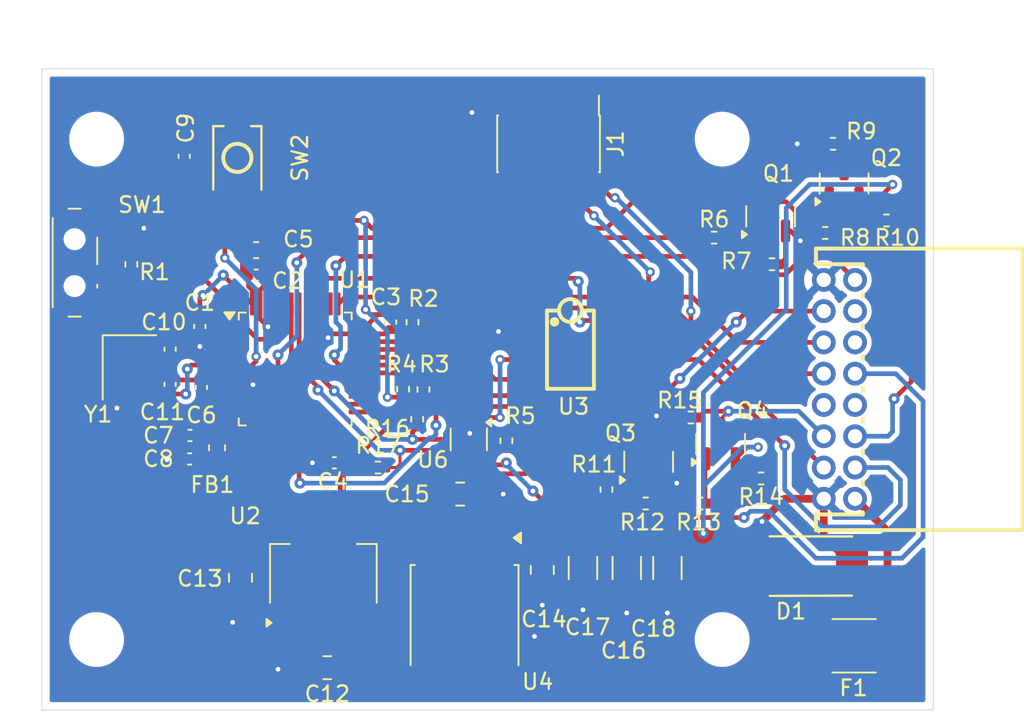
<source format=kicad_pcb>
(kicad_pcb (version 20241229) (generator "pcbnew") (generator_version "9.0")
  (layers (0 "F.Cu" signal) (2 "B.Cu" power) (13 "F.Paste" user) (15 "B.Paste" user) (5 "F.SilkS" user "F.Silkscreen") (7 "B.SilkS" user "B.Silkscreen") (1 "F.Mask" user) (3 "B.Mask" user) (25 "Edge.Cuts" user))
  (net 0 "")
  (net 1 "+3.3V")
  (net 2 "GND")
  (net 3 "+3.3VA")
  (net 4 "/NRST")
  (net 5 "/HSE_IN")
  (net 6 "/HSE_OUT")
  (net 7 "+5V")
  (net 8 "/BOOT0")
  (net 9 "/SW_BOOT0")
  (net 11 "/SWCLK")
  (net 14 "/I2C1_SCL")
  (net 21 "/GPIO_ACC")
  (net 24 "+12V")
  (net 27 "Net-(Q1-B)")
  (net 30 "/CANSTB")
  (net 31 "/USART1_RX")
  (net 36 "/I2C1_SCDA")
  (net 40 "/SWDIO")
  (net 42 "/USART1_TX")
  (net 43 "/GPIO_ILL")
  (net 45 "Net-(Q1-C)")
  (net 46 "Net-(Q2-G)")
  (net 47 "/ACC")
  (net 48 "Net-(Q3-B)")
  (net 49 "Net-(Q3-C)")
  (net 50 "Net-(Q4-G)")
  (net 51 "/ILL")
  (net 52 "/CANRX")
  (net 53 "/CANTX")
  (net 54 "/CANH")
  (net 56 "/CANL")
  (net 58 "/SWC")
  (net 61 "VCAR")
  (net 63 "Net-(U6-A)")
  (footprint "Capacitor_SMD:C_1206_3216Metric" (layer "F.Cu") (at 72.1 84.525 -90)
    (property "Reference" "C18")
    (property "Value" "10u")
  )
  (footprint "Capacitor_SMD:C_0805_2012Metric" (layer "F.Cu") (at 50.35 90.9 180)
    (property "Reference" "C12")
    (property "Value" "22u")
  )
  (footprint "Resistor_SMD:R_0402_1005Metric" (layer "F.Cu") (at 75.09 63.4)
    (property "Reference" "R6")
    (property "Value" "2.2k")
  )
  (footprint "Package_QFP:LQFP-48_7x7mm_P0.5mm" (layer "F.Cu") (at 48.3 71.8)
    (property "Reference" "U1")
    (property "Value" "STM32F103C8T6")
  )
  (footprint "Capacitor_SMD:C_0402_1005Metric" (layer "F.Cu") (at 40.3 72.78 90)
    (property "Reference" "C11")
    (property "Value" "10p")
  )
  (footprint "Package_TO_SOT_SMD:SOT-23" (layer "F.Cu") (at 83.4 59.9375 90)
    (property "Reference" "Q2")
    (property "Value" "AO3401A")
  )
  (footprint "Package_TO_SOT_SMD:SOT-23" (layer "F.Cu") (at 78.7 62.0375 90)
    (property "Reference" "Q1")
    (property "Value" "MMBT3904")
  )
  (footprint "Capacitor_SMD:C_0402_1005Metric" (layer "F.Cu") (at 41.2 58.2 90)
    (property "Reference" "C9")
    (property "Value" "100n")
  )
  (footprint "Resistor_SMD:R_0402_1005Metric" (layer "F.Cu") (at 78.09 78.8 180)
    (property "Reference" "R14")
    (property "Value" "10k")
  )
  (footprint "Package_TO_SOT_SMD:SOT-363_SC-70-6" (layer "F.Cu") (at 59.4 76.3 -90)
    (property "Reference" "U6")
    (property "Value" "MCP4018")
  )
  (footprint "Capacitor_SMD:C_0402_1005Metric" (layer "F.Cu") (at 42.3 72.98 90)
    (property "Reference" "C6")
    (property "Value" "10n")
  )
  (footprint "MountingHole:MountingHole_3mm" (layer "F.Cu") (at 35.6 89.1)
    (property "Reference" "H4" (hide yes))
    (property "Value" "MountingHole")
  )
  (footprint "Resistor_SMD:R_0402_1005Metric" (layer "F.Cu") (at 86.11 62.3 180)
    (property "Reference" "R10")
    (property "Value" "10k")
  )
  (footprint "Capacitor_SMD:C_0805_2012Metric" (layer "F.Cu") (at 44.8 85.15 -90)
    (property "Reference" "C13")
    (property "Value" "22u")
  )
  (footprint "Resistor_SMD:R_0402_1005Metric" (layer "F.Cu") (at 37.82 65.11 90)
    (property "Reference" "R1")
    (property "Value" "10k")
  )
  (footprint "Capacitor_SMD:C_1206_3216Metric" (layer "F.Cu") (at 69.5 84.525 -90)
    (property "Reference" "C16")
    (property "Value" "10u")
  )
  (footprint "Capacitor_SMD:C_0402_1005Metric" (layer "F.Cu") (at 45.8 65.8)
    (property "Reference" "C2")
    (property "Value" "100n")
  )
  (footprint "Resistor_SMD:R_0402_1005Metric" (layer "F.Cu") (at 55.2 73.09 90)
    (property "Reference" "R4")
    (property "Value" "10k")
  )
  (footprint "Capacitor_SMD:C_1206_3216Metric" (layer "F.Cu") (at 66.7 84.525 -90)
    (property "Reference" "C17")
    (property "Value" "10u")
  )
  (footprint "Fuse:Fuse_1812_4532Metric" (layer "F.Cu") (at 84.0375 89.5)
    (property "Reference" "F1")
    (property "Value" "Polyfuse")
  )
  (footprint "Button_Switch_SMD:SW_SPDT_PCM12" (layer "F.Cu") (at 34.52 65 -90)
    (property "Reference" "SW1")
    (property "Value" "SW_SPDT")
  )
  (footprint "Capacitor_SMD:C_0402_1005Metric" (layer "F.Cu") (at 54.4 68.8 -90)
    (property "Reference" "C3")
    (property "Value" "100n")
  )
  (footprint "Resistor_SMD:R_0402_1005Metric" (layer "F.Cu") (at 56.1 75.01 -90)
    (property "Reference" "R16")
    (property "Value" "4.7k")
  )
  (footprint "Capacitor_SMD:C_0805_2012Metric" (layer "F.Cu") (at 58.85 79.8)
    (property "Reference" "C15")
    (property "Value" "100n")
  )
  (footprint "Resistor_SMD:R_0402_1005Metric" (layer "F.Cu") (at 78.79 65.1)
    (property "Reference" "R7")
    (property "Value" "10k")
  )
  (footprint "easyeda2kicad:SOIC-8_L5.0-W4.0-P1.27-LS6.0-BL" (layer "F.Cu") (at 65.9 70.564995 -90)
    (property "Reference" "U3")
    (property "Value" "TJA1040T/CM,118")
  )
  (footprint "Capacitor_SMD:C_0402_1005Metric" (layer "F.Cu") (at 50.8 77.8 180)
    (property "Reference" "C4")
    (property "Value" "100n")
  )
  (footprint "Resistor_SMD:R_0402_1005Metric" (layer "F.Cu") (at 61.8 76.39 -90)
    (property "Reference" "R5")
    (property "Value" "4.7k")
  )
  (footprint "MountingHole:MountingHole_3mm" (layer "F.Cu") (at 75.6 89.1)
    (property "Reference" "H3" (hide yes))
    (property "Value" "MountingHole")
  )
  (footprint "Capacitor_SMD:C_0402_1005Metric" (layer "F.Cu") (at 41.55 77.55 180)
    (property "Reference" "C8")
    (property "Value" "1u")
  )
  (footprint "Resistor_SMD:R_0402_1005Metric" (layer "F.Cu") (at 55.8 68.81 -90)
    (property "Reference" "R2")
    (property "Value" "10k")
  )
  (footprint "Resistor_SMD:R_0402_1005Metric" (layer "F.Cu") (at 53.59 78.1)
    (property "Reference" "R17")
    (property "Value" "4.7k")
  )
  (footprint "Capacitor_SMD:C_0402_1005Metric" (layer "F.Cu") (at 42.2 69.08 -90)
    (property "Reference" "C1")
    (property "Value" "100n")
  )
  (footprint "Resistor_SMD:R_0402_1005Metric" (layer "F.Cu") (at 82.19 63.1)
    (property "Reference" "R8")
    (property "Value" "2.2k")
  )
  (footprint "Connector_PinHeader_1.27mm:PinHeader_2x05_P1.27mm_Vertical_SMD" (layer "F.Cu") (at 64.5 57.4 -90)
    (property "Reference" "J1")
    (property "Value" "Conn_ARM_JTAG_SWD_10")
  )
  (footprint "Capacitor_SMD:C_0603_1608Metric" (layer "F.Cu") (at 45.8 64.2)
    (property "Reference" "C5")
    (property "Value" "10u")
  )
  (footprint "Resistor_SMD:R_0402_1005Metric" (layer "F.Cu") (at 68.2 79.51 90)
    (property "Reference" "R11")
    (property "Value" "2.2k")
  )
  (footprint "Capacitor_SMD:C_0402_1005Metric" (layer "F.Cu") (at 40.3 70.53 90)
    (property "Reference" "C10")
    (property "Value" "10p")
  )
  (footprint "MountingHole:MountingHole_3mm" (layer "F.Cu") (at 75.6 57.1)
    (property "Reference" "H1" (hide yes))
    (property "Value" "MountingHole")
  )
  (footprint "easyeda2kicad:SMB_L4.6-W3.6-LS5.3-BI" (layer "F.Cu") (at 81.31 84.4 180)
    (property "Reference" "D1")
    (property "Value" "SMBJ15CA_C78809")
  )
  (footprint "Package_TO_SOT_SMD:SOT-223-3_TabPin2" (layer "F.Cu") (at 50.1 84.9 90)
    (property "Reference" "U2")
    (property "Value" "AMS1117-3.3")
  )
  (footprint "Resistor_SMD:R_0402_1005Metric" (layer "F.Cu") (at 70.71 80.4)
    (property "Reference" "R12")
    (property "Value" "10k")
  )
  (footprint "Package_TO_SOT_SMD:SOT-23" (layer "F.Cu") (at 75.5 76.6 90)
    (property "Reference" "Q4")
    (property "Value" "AO3401A")
  )
  (footprint "easyeda2kicad:SW-SMD_L3.9-W3.0-P4.45" (layer "F.Cu") (at 44.6 58.3 -90)
    (property "Reference" "SW2")
    (property "Value" "TS-1088-AR02016")
  )
  (footprint "Crystal:Crystal_SMD_3225-4Pin_3.2x2.5mm" (layer "F.Cu") (at 37.7 71.7 -90)
    (property "Reference" "Y1")
    (property "Value" "16MHz")
  )
  (footprint "Package_TO_SOT_SMD:SOT-23" (layer "F.Cu") (at 70.9 77.7375 90)
    (property "Reference" "Q3")
    (property "Value" "MMBT3904")
  )
  (footprint "Capacitor_SMD:C_0805_2012Metric" (layer "F.Cu") (at 64.1 84.65 -90)
    (property "Reference" "C14")
    (property "Value" "330n")
  )
  (footprint "Resistor_SMD:R_0402_1005Metric" (layer "F.Cu") (at 82.69 57.4 180)
    (property "Reference" "R9")
    (property "Value" "100k")
  )
  (footprint "Package_TO_SOT_SMD:TO-252-2" (layer "F.Cu") (at 59.1275 87.64 -90)
    (property "Reference" "U4")
    (property "Value" "LM78M05_TO252")
  )
  (footprint "easyeda2kicad:CONN-TH_16P-P2.00_S16B-PADSS-1" (layer "F.Cu") (at 83.1 73.1 -90)
    (property "Reference" "U5" (hide yes))
    (property "Value" "PHB2.0-02-16PWZ")
  )
  (footprint "Inductor_SMD:L_0603_1608Metric" (layer "F.Cu") (at 43.3 76.8375 -90)
    (property "Reference" "FB1")
    (property "Value" "120R")
  )
  (footprint "Capacitor_SMD:C_0402_1005Metric" (layer "F.Cu") (at 41.57 76.05 180)
    (property "Reference" "C7")
    (property "Value" "1u")
  )
  (footprint "MountingHole:MountingHole_3mm" (layer "F.Cu") (at 35.6 57.1)
    (property "Reference" "H2" (hide yes))
    (property "Value" "MountingHole")
  )
  (footprint "Resistor_SMD:R_0402_1005Metric" (layer "F.Cu") (at 73.6 74.9 180)
    (property "Reference" "R15")
    (property "Value" "100k")
  )
  (footprint "Resistor_SMD:R_0402_1005Metric" (layer "F.Cu") (at 56.5 73.11 90)
    (property "Reference" "R3")
    (property "Value" "10k")
  )
  (footprint "Resistor_SMD:R_0402_1005Metric" (layer "F.Cu") (at 74.19 80.4)
    (property "Reference" "R13")
    (property "Value" "2.2k")
  )
  (gr_line (start 32.1 93.6) (end 32.1 52.6) (stroke (width 0.05)) (layer "Edge.Cuts"))
  (gr_line (start 89.1 52.6) (end 89.1 93.6) (stroke (width 0.05)) (layer "Edge.Cuts"))
  (gr_line (start 89.1 93.6) (end 32.1 93.6) (stroke (width 0.05)) (layer "Edge.Cuts"))
  (gr_line (start 32.1 52.6) (end 89.1 52.6) (stroke (width 0.05)) (layer "Edge.Cuts"))
  (segment (start 51.28 80.57) (end 51.28 77.8) (width 0.5) (layer "F.Cu") (net 1))
  (segment (start 70 61) (end 68.2 62.8) (width 0.3) (layer "F.Cu") (net 1))
  (segment (start 43.3 82.7) (end 44.8 84.2) (width 0.5) (layer "F.Cu") (net 1))
  (segment (start 45.025 64.2) (end 45.025 65.505) (width 0.5) (layer "F.Cu") (net 1))
  (segment (start 38.07 67.25) (end 39.42 68.6) (width 0.3) (layer "F.Cu") (net 1))
  (segment (start 47.25 81.75) (end 44.8 84.2) (width 0.5) (layer "F.Cu") (net 1))
  (segment (start 55.2 74.5) (end 55.2 73.6) (width 0.3) (layer "F.Cu") (net 1))
  (segment (start 45.55 67.6375) (end 45.5375 67.6375) (width 0.3) (layer "F.Cu") (net 1))
  (segment (start 67.04 55.45) (end 70 58.41) (width 0.3) (layer "F.Cu") (net 1))
  (segment (start 39.42 68.6) (end 42.42 68.6) (width 0.3) (layer "F.Cu") (net 1))
  (segment (start 45.55 67.6375) (end 45.55 66.75) (width 0.3) (layer "F.Cu") (net 1))
  (segment (start 51.05 75.9625) (end 51.2 76.1125) (width 0.3) (layer "F.Cu") (net 1))
  (segment (start 42.03 77.55) (end 43.225 77.55) (width 0.3) (layer "F.Cu") (net 1))
  (segment (start 56.1 74.02) (end 56.5 73.62) (width 0.2) (layer "F.Cu") (net 1))
  (segment (start 52.4625 69.05) (end 52.85 69.05) (width 0.3) (layer "F.Cu") (net 1))
  (segment (start 44.1375 69.05) (end 43.25 69.05) (width 0.3) (layer "F.Cu") (net 1))
  (segment (start 55.2 73.6) (end 54.2 73.6) (width 0.3) (layer "F.Cu") (net 1))
  (segment (start 46.925 62.3) (end 45.025 64.2) (width 0.3) (layer "F.Cu") (net 1))
  (segment (start 45.32 66.52) (end 45.32 65.8) (width 0.3) (layer "F.Cu") (net 1))
  (segment (start 35.95 67.25) (end 38.07 67.25) (width 0.3) (layer "F.Cu") (net 1))
  (segment (start 53.2 62.8) (end 52.7 62.3) (width 0.3) (layer "F.Cu") (net 1))
  (segment (start 50.1 81.75) (end 51.28 80.57) (width 0.5) (layer "F.Cu") (net 1))
  (segment (start 53.58 68.32) (end 54.4 68.32) (width 0.3) (layer "F.Cu") (net 1))
  (segment (start 45.5375 67.6375) (end 43.7 65.8) (width 0.3) (layer "F.Cu") (net 1))
  (segment (start 70 58.41) (end 70 61) (width 0.3) (layer "F.Cu") (net 1))
  (segment (start 52.2 78.1) (end 51.9 77.8) (width 0.2) (layer "F.Cu") (net 1))
  (segment (start 52.7 62.3) (end 46.925 62.3) (width 0.3) (layer "F.Cu") (net 1))
  (segment (start 53.08 78.1) (end 52.2 78.1) (width 0.2) (layer "F.Cu") (net 1))
  (segment (start 53.12 68.32) (end 52.8 68) (width 0.3) (layer "F.Cu") (net 1))
  (segment (start 50.35 88.05) (end 50.4 88.1) (width 0.5) (layer "F.Cu") (net 1))
  (segment (start 51.2 76.1125) (end 51.2 77.72) (width 0.3) (layer "F.Cu") (net 1))
  (segment (start 45.55 66.75) (end 45.32 66.52) (width 0.3) (layer "F.Cu") (net 1))
  (segment (start 51.28 77.8) (end 51.9 77.8) (width 0.3) (layer "F.Cu") (net 1))
  (segment (start 51.9 77.8) (end 55.2 74.5) (width 0.3) (layer "F.Cu") (net 1))
  (segment (start 42.8 68.6) (end 42.2 68.6) (width 0.3) (layer "F.Cu") (net 1))
  (segment (start 56.5 73.62) (end 55.22 73.62) (width 0.3) (layer "F.Cu") (net 1))
  (segment (start 50.1 88.05) (end 50.35 88.05) (width 0.5) (layer "F.Cu") (net 1))
  (segment (start 43.25 69.05) (end 42.8 68.6) (width 0.3) (layer "F.Cu") (net 1))
  (segment (start 56.1 74.5) (end 56.1 74.02) (width 0.2) (layer "F.Cu") (net 1))
  (segment (start 68.2 62.8) (end 53.2 62.8) (width 0.3) (layer "F.Cu") (net 1))
  (segment (start 54.4 68.32) (end 53.12 68.32) (width 0.3) (layer "F.Cu") (net 1))
  (segment (start 51.2 77.72) (end 51.28 77.8) (width 0.3) (layer "F.Cu") (net 1))
  (segment (start 45.025 65.505) (end 45.32 65.8) (width 0.5) (layer "F.Cu") (net 1))
  (segment (start 55.78 68.32) (end 55.8 68.3) (width 0.3) (layer "F.Cu") (net 1))
  (segment (start 50.1 81.75) (end 47.25 81.75) (width 0.5) (layer "F.Cu") (net 1))
  (segment (start 43.6 65.7) (end 43.7 65.8) (width 0.3) (layer "F.Cu") (net 1))
  (segment (start 42.2 68.6) (end 42.2 67.3) (width 0.3) (layer "F.Cu") (net 1))
  (segment (start 42.2 67.3) (end 42.4 67.1) (width 0.3) (layer "F.Cu") (net 1))
  (segment (start 55.2 73.6) (end 55.22 73.62) (width 0.3) (layer "F.Cu") (net 1))
  (segment (start 43.3 77.625) (end 43.3 82.7) (width 0.5) (layer "F.Cu") (net 1))
  (segment (start 52.85 69.05) (end 53.58 68.32) (width 0.3) (layer "F.Cu") (net 1))
  (segment (start 50.1 81.75) (end 50.1 88.05) (width 0.5) (layer "F.Cu") (net 1))
  (segment (start 54.4 68.32) (end 55.78 68.32) (width 0.3) (layer "F.Cu") (net 1))
  (segment (start 43.225 77.55) (end 43.3 77.625) (width 0.3) (layer "F.Cu") (net 1))
  (via (at 52.8 68) (size 0.6) (drill 0.3) (layers "F.Cu" "B.Cu") (net 1))
  (via (at 43.7 65.8) (size 0.7) (drill 0.3) (layers "F.Cu" "B.Cu") (net 1))
  (via (at 42.4 67.1) (size 0.7) (drill 0.3) (layers "F.Cu" "B.Cu") (net 1))
  (via (at 54.2 73.6) (size 0.6) (drill 0.3) (layers "F.Cu" "B.Cu") (net 1))
  (via (at 52.7 62.3) (size 0.6) (drill 0.3) (layers "F.Cu" "B.Cu") (net 1))
  (segment (start 54.2 73.6) (end 54.2 69.4) (width 0.3) (layer "B.Cu") (net 1))
  (segment (start 54.2 69.4) (end 52.8 68) (width 0.3) (layer "B.Cu") (net 1))
  (segment (start 43.7 65.8) (end 42.4 67.1) (width 0.3) (layer "B.Cu") (net 1))
  (segment (start 52.8 62.4) (end 52.7 62.3) (width 0.3) (layer "B.Cu") (net 1))
  (segment (start 52.8 68) (end 52.8 62.4) (width 0.3) (layer "B.Cu") (net 1))
  (segment (start 40.890001 57.72) (end 41.2 57.72) (width 0.5) (layer "F.Cu") (net 2))
  (segment (start 52.4625 69.55) (end 54.13 69.55) (width 0.3) (layer "F.Cu") (net 2))
  (segment (start 44.1375 72.55) (end 42.35 72.55) (width 0.3) (layer "F.Cu") (net 2))
  (segment (start 50.32 77.8) (end 49.4 77.8) (width 0.2) (layer "F.Cu") (net 2))
  (segment (start 44.3 86.6) (end 44.3 88) (width 0.5) (layer "F.Cu") (net 2))
  (segment (start 72.1 86) (end 72.1 87.4) (width 0.5) (layer "F.Cu") (net 2))
  (segment (start 41.09 76.05) (end 41.09 77.53) (width 0.3) (layer "F.Cu") (net 2))
  (segment (start 63.19 69.934995) (end 61.834995 69.934995) (width 0.3) (layer "F.Cu") (net 2))
  (segment (start 71.85 79.77) (end 71.22 80.4) (width 0.3) (layer "F.Cu") (net 2))
  (segment (start 61.96 54.248) (end 62.409 53.799) (width 0.5) (layer "F.Cu") (net 2))
  (segment (start 44.1375 72.55) (end 45.35 72.55) (width 0.3) (layer "F.Cu") (net 2))
  (segment (start 38.57 62.75) (end 38.62 62.8) (width 0.5) (layer "F.Cu") (net 2))
  (segment (start 44.6 56.12) (end 42.8 56.12) (width 0.5) (layer "F.Cu") (net 2))
  (segment (start 40.5 72.5) (end 40.3 72.3) (width 0.3) (layer "F.Cu") (net 2))
  (segment (start 41.07 77.55) (end 40.15 77.55) (width 0.3) (layer "F.Cu") (net 2))
  (segment (start 62.409 53.799) (end 64.051 53.799) (width 0.5) (layer "F.Cu") (net 2))
  (segment (start 73.09 74.9) (end 71.5 74.9) (width 0.3) (layer "F.Cu") (net 2))
  (segment (start 47.8 88.05) (end 47.8 89.3) (width 0.5) (layer "F.Cu") (net 2))
  (segment (start 79.65 62.975) (end 79.975 62.975) (width 0.3) (layer "F.Cu") (net 2))
  (segment (start 64.1 85.6) (end 64.1 86.9) (width 0.5) (layer "F.Cu") (net 2))
  (segment (start 79.6 80.1) (end 82.1 80.1) (width 0.5) (layer "F.Cu") (net 2))
  (segment (start 50.65 69.55) (end 50.4 69.8) (width 0.3) (layer "F.Cu") (net 2))
  (segment (start 61.834995 69.934995) (end 61.3 69.4) (width 0.3) (layer "F.Cu") (net 2))
  (segment (start 61.96 55.45) (end 59.65 55.45) (width 0.5) (layer "F.Cu") (net 2))
  (segment (start 79.975 62.975) (end 80.6 63.6) (width 0.3) (layer "F.Cu") (net 2))
  (segment (start 41.09 77.53) (end 41.07 77.55) (width 0.3) (layer "F.Cu") (net 2))
  (segment (start 46.05 68.596) (end 46.554 69.1) (width 0.3) (layer "F.Cu") (net 2))
  (segment (start 42.8 56.12) (end 41.2 57.72) (width 0.5) (layer "F.Cu") (net 2))
  (segment (start 79.65 64.75) (end 79.3 65.1) (width 0.3) (layer "F.Cu") (net 2))
  (segment (start 42.2 72.5) (end 40.5 72.5) (width 0.3) (layer "F.Cu") (net 2))
  (segment (start 40.79 69.56) (end 40.3 70.05) (width 0.3) (layer "F.Cu") (net 2))
  (segment (start 38.62 62.8) (end 38.62 59.990001) (width 0.5) (layer "F.Cu") (net 2))
  (segment (start 61.96 55.45) (end 61.96 54.248) (width 0.5) (layer "F.Cu") (net 2))
  (segment (start 39.1 70.05) (end 40.3 70.05) (width 0.5) (layer "F.Cu") (net 2))
  (segment (start 66.7 86) (end 66.7 87.2) (width 0.5) (layer "F.Cu") (net 2))
  (segment (start 59.1275 88.9) (end 63.6 88.9) (width 0.5) (layer "F.Cu") (net 2))
  (segment (start 42.2 69.56) (end 40.79 69.56) (width 0.3) (layer "F.Cu") (net 2))
  (segment (start 71.85 78.675) (end 71.85 79.77) (width 0.3) (layer "F.Cu") (net 2))
  (segment (start 36.85 74.25) (end 36.9 74.3) (width 0.3) (layer "F.Cu") (net 2))
  (segment (start 46.575 64.2) (end 46.575 65.505) (width 0.5) (layer "F.Cu") (net 2))
  (segment (start 79.65 62.975) (end 79.65 64.75) (width 0.3) (layer "F.Cu") (net 2))
  (segment (start 49.4 90.9) (end 47.3 90.9) (width 0.5) (layer "F.Cu") (net 2))
  (segment (start 46.28 66.52) (end 46.28 65.8) (width 0.3) (layer "F.Cu") (net 2))
  (segment (start 59.4 75.35) (end 59.4 75.849994) (width 0.3) (layer "F.Cu") (net 2))
  (segment (start 64.5 55.45) (end 65.77 55.45) (width 0.5) (layer "F.Cu") (net 2))
  (segment (start 47.3 90.9) (end 47.2 91) (width 0.5) (layer "F.Cu") (net 2))
  (segment (start 54.13 69.55) (end 54.4 69.28) (width 0.3) (layer "F.Cu") (net 2))
  (segment (start 82.1 80.1) (end 82.1 82.5) (width 0.5) (layer "F.Cu") (net 2))
  (segment (start 46.05 67.6375) (end 46.05 66.75) (width 0.3) (layer "F.Cu") (net 2))
  (segment (start 83.9 84.3) (end 83.9 84.4) (width 0.5) (layer "F.Cu") (net 2))
  (segment (start 38.62 59.990001) (end 40.890001 57.72) (width 0.5) (layer "F.Cu") (net 2))
  (segment (start 38.55 70.6) (end 39.1 70.05) (width 0.5) (layer "F.Cu") (net 2))
  (segment (start 78.15 81.55) (end 79.6 80.1) (width 0.5) (layer "F.Cu") (net 2))
  (segment (start 42.35 72.55) (end 42.3 72.5) (width 0.3) (layer "F.Cu") (net 2))
  (segment (start 64.051 53.799) (end 64.5 54.248) (width 0.5) (layer "F.Cu") (net 2))
  (segment (start 59.4 75.849994) (end 59.463891 75.913885) (width 0.3) (layer "F.Cu") (net 2))
  (segment (start 82.18 57.4) (end 80.4 57.4) (width 0.3) (layer "F.Cu") (net 2))
  (segment (start 46.05 67.6375) (end 46.05 68.596) (width 0.3) (layer "F.Cu") (net 2))
  (segment (start 36.85 72.8) (end 36.85 74.25) (width 0.3) (layer "F.Cu") (net 2))
  (segment (start 59.65 55.45) (end 59.6 55.4) (width 0.5) (layer "F.Cu") (net 2))
  (segment (start 42.2 69.56) (end 42.2 70.36) (width 0.3) (layer "F.Cu") (net 2))
  (segment (start 45.35 72.55) (end 45.6 72.8) (width 0.3) (layer "F.Cu") (net 2))
  (segment (start 72.275 78.675) (end 72.7 79.1) (width 0.3) (layer "F.Cu") (net 2))
  (segment (start 71.5 74.9) (end 71.4 74.8) (width 0.3) (layer "F.Cu") (net 2))
  (segment (start 71.85 78.675) (end 72.275 78.675) (width 0.3) (layer "F.Cu") (net 2))
  (segment (start 50.32 77.8) (end 50.55 77.57) (width 0.2) (layer "F.Cu") (net 2))
  (segment (start 64.5 54.248) (end 64.5 55.45) (width 0.5) (layer "F.Cu") (net 2))
  (segment (start 47.8 88.05) (end 46.75 88.05) (width 0.5) (layer "F.Cu") (net 2))
  (segment (start 35.95 62.75) (end 38.57 62.75) (width 0.5) (layer "F.Cu") (net 2))
  (segment (start 50.55 77.57) (end 50.55 75.9625) (width 0.2) (layer "F.Cu") (net 2))
  (segment (start 46.75 88.05) (end 44.8 86.1) (width 0.5) (layer "F.Cu") (net 2))
  (segment (start 44.8 86.1) (end 44.3 86.6) (width 0.5) (layer "F.Cu") (net 2))
  (segment (start 46.575 65.505) (end 46.28 65.8) (width 0.5) (layer "F.Cu") (net 2))
  (segment (start 69.5 86) (end 69.5 87.4) (width 0.5) (layer "F.Cu") (net 2))
  (segment (start 82.1 82.5) (end 83.9 84.3) (width 0.5) (layer "F.Cu") (net 2))
  (segment (start 59.8 79.8) (end 61.6 79.8) (width 0.5) (layer "F.Cu") (net 2))
  (segment (start 40.15 77.55) (end 40.1 77.6) (width 0.3) (layer "F.Cu") (net 2))
  (segment (start 46.05 66.75) (end 46.28 66.52) (width 0.3) (layer "F.Cu") (net 2))
  (segment (start 47.8 89.3) (end 49.4 90.9) (width 0.5) (layer "F.Cu") (net 2))
  (segment (start 52.4625 69.55) (end 50.65 69.55) (width 0.3) (layer "F.Cu") (net 2))
  (via (at 42.2 70.36) (size 0.7) (drill 0.3) (layers "F.Cu" "B.Cu") (net 2))
  (via (at 50.4 69.8) (size 0.7) (drill 0.3) (layers "F.Cu" "B.Cu") (net 2))
  (via (at 71.4 74.8) (size 0.7) (drill 0.3) (layers "F.Cu" "B.Cu") (net 2))
  (via (at 72.1 87.4) (size 0.6) (drill 0.3) (layers "F.Cu" "B.Cu") (net 2))
  (via (at 47.2 91) (size 0.7) (drill 0.3) (layers "F.Cu" "B.Cu") (net 2))
  (via (at 49.4 77.8) (size 0.7) (drill 0.3) (layers "F.Cu" "B.Cu") (net 2))
  (via (at 44.3 88) (size 0.7) (drill 0.3) (layers "F.Cu" "B.Cu") (net 2))
  (via (at 36.9 74.3) (size 0.7) (drill 0.3) (layers "F.Cu" "B.Cu") (net 2))
  (via (at 40.1 77.6) (size 0.7) (drill 0.3) (layers "F.Cu" "B.Cu") (net 2))
  (via (at 66.7 87.2) (size 0.6) (drill 0.3) (layers "F.Cu" "B.Cu") (net 2))
  (via (at 63.6 88.9) (size 0.6) (drill 0.3) (layers "F.Cu" "B.Cu") (net 2))
  (via (at 61.6 79.8) (size 0.7) (drill 0.3) (layers "F.Cu" "B.Cu") (net 2))
  (via (at 46.554 69.1) (size 0.7) (drill 0.3) (layers "F.Cu" "B.Cu") (net 2))
  (via (at 38.62 62.8) (size 0.7) (drill 0.3) (layers "F.Cu" "B.Cu") (net 2))
  (via (at 59.463891 75.913885) (size 0.7) (drill 0.3) (layers "F.Cu" "B.Cu") (net 2))
  (via (at 80.6 63.6) (size 0.7) (drill 0.3) (layers "F.Cu" "B.Cu") (net 2))
  (via (at 80.4 57.4) (size 0.7) (drill 0.3) (layers "F.Cu" "B.Cu") (net 2))
  (via (at 61.3 69.4) (size 0.7) (drill 0.3) (layers "F.Cu" "B.Cu") (net 2))
  (via (at 45.6 72.8) (size 0.7) (drill 0.3) (layers "F.Cu" "B.Cu") (net 2))
  (via (at 64.1 86.9) (size 0.6) (drill 0.3) (layers "F.Cu" "B.Cu") (net 2))
  (via (at 69.5 87.4) (size 0.6) (drill 0.3) (layers "F.Cu" "B.Cu") (net 2))
  (via (at 72.7 79.1) (size 0.7) (drill 0.3) (layers "F.Cu" "B.Cu") (net 2))
  (via (at 78.15 81.55) (size 0.6) (drill 0.3) (layers "F.Cu" "B.Cu") (net 2))
  (via (at 59.6 55.4) (size 0.6) (drill 0.3) (layers "F.Cu" "B.Cu") (net 2))
  (segment (start 78.15 81.55) (end 72.3 87.4) (width 0.5) (layer "B.Cu") (net 2))
  (segment (start 71.4 74.8) (end 71.3 74.9) (width 0.3) (layer "B.Cu") (net 2))
  (segment (start 40.1 77.6) (end 40 77.7) (width 0.3) (layer "B.Cu") (net 2))
  (segment (start 72.3 87.4) (end 72.1 87.4) (width 0.5) (layer "B.Cu") (net 2))
  (segment (start 43.3 76.05) (end 42.05 76.05) (width 0.3) (layer "F.Cu") (net 3))
  (segment (start 42.3 73.46) (end 42.64 73.46) (width 0.3) (layer "F.Cu") (net 3))
  (segment (start 42.3 73.46) (end 42.3 75.8) (width 0.3) (layer "F.Cu") (net 3))
  (segment (start 42.64 73.46) (end 43.05 73.05) (width 0.3) (layer "F.Cu") (net 3))
  (segment (start 42.3 75.8) (end 42.05 76.05) (width 0.3) (layer "F.Cu") (net 3))
  (segment (start 43.05 73.05) (end 44.1375 73.05) (width 0.3) (layer "F.Cu") (net 3))
  (segment (start 45.8 71.3) (end 45.8 71) (width 0.3) (layer "F.Cu") (net 4))
  (segment (start 41.2 59.5) (end 42.18 60.48) (width 0.5) (layer "F.Cu") (net 4))
  (segment (start 41.2 58.68) (end 41.2 59.5) (width 0.5) (layer "F.Cu") (net 4))
  (segment (start 42.18 60.48) (end 44.6 60.48) (width 0.5) (layer "F.Cu") (net 4))
  (segment (start 43.8 64.7) (end 43.8 61.28) (width 0.3) (layer "F.Cu") (net 4))
  (segment (start 44.1375 72.05) (end 45.05 72.05) (width 0.3) (layer "F.Cu") (net 4))
  (segment (start 43.8 61.28) (end 44.6 60.48) (width 0.3) (layer "F.Cu") (net 4))
  (segment (start 45.05 72.05) (end 45.8 71.3) (width 0.3) (layer "F.Cu") (net 4))
  (segment (start 61.96 59.35) (end 45.73 59.35) (width 0.3) (layer "F.Cu") (net 4))
  (segment (start 45.73 59.35) (end 44.6 60.48) (width 0.3) (layer "F.Cu") (net 4))
  (via (at 45.8 71) (size 0.6) (drill 0.3) (layers "F.Cu" "B.Cu") (net 4))
  (via (at 43.8 64.7) (size 0.6) (drill 0.3) (layers "F.Cu" "B.Cu") (net 4))
  (segment (start 45.8 71) (end 45.8 66.7) (width 0.3) (layer "B.Cu") (net 4))
  (segment (start 45.8 66.7) (end 43.8 64.7) (width 0.3) (layer "B.Cu") (net 4))
  (segment (start 40.3 71.01) (end 39.51 71.8) (width 0.2) (layer "F.Cu") (net 5))
  (segment (start 44.0975 71.01) (end 44.1375 71.05) (width 0.2) (layer "F.Cu") (net 5))
  (segment (start 40.3 71.01) (end 44.0975 71.01) (width 0.2) (layer "F.Cu") (net 5))
  (segment (start 39.51 71.8) (end 38.05 71.8) (width 0.2) (layer "F.Cu") (net 5))
  (segment (start 38.05 71.8) (end 36.85 70.6) (width 0.2) (layer "F.Cu") (net 5))
  (segment (start 40.3 73.26) (end 39.01 73.26) (width 0.2) (layer "F.Cu") (net 6))
  (segment (start 41.65 71.55) (end 41.4 71.8) (width 0.3) (layer "F.Cu") (net 6))
  (segment (start 41.3 73.4) (end 40.44 73.4) (width 0.3) (layer "F.Cu") (net 6))
  (segment (start 44.1375 71.55) (end 41.65 71.55) (width 0.3) (layer "F.Cu") (net 6))
  (segment (start 39.01 73.26) (end 38.55 72.8) (width 0.2) (layer "F.Cu") (net 6))
  (segment (start 40.44 73.4) (end 40.3 73.26) (width 0.3) (layer "F.Cu") (net 6))
  (via (at 41.4 71.8) (size 0.7) (drill 0.3) (layers "F.Cu" "B.Cu") (net 6))
  (via (at 41.3 73.4) (size 0.7) (drill 0.3) (layers "F.Cu" "B.Cu") (net 6))
  (segment (start 41.4 71.8) (end 41.4 73.3) (width 0.3) (layer "B.Cu") (net 6))
  (segment (start 41.4 73.3) (end 41.3 73.4) (width 0.3) (layer "B.Cu") (net 6))
  (segment (start 60.58 75.88) (end 60.05 75.35) (width 0.3) (layer "F.Cu") (net 7))
  (segment (start 61.405005 71.194995) (end 61.4 71.2) (width 0.3) (layer "F.Cu") (net 7))
  (segment (start 56.8475 82.6) (end 54.7 82.6) (width 0.5) (layer "F.Cu") (net 7))
  (segment (start 58.1 78.5) (end 57.9 78.7) (width 0.3) (layer "F.Cu") (net 7))
  (segment (start 61.8 75.88) (end 62.78 75.88) (width 0.3) (layer "F.Cu") (net 7))
  (segment (start 57.9 81.5475) (end 56.8475 82.6) (width 0.5) (layer "F.Cu") (net 7))
  (segment (start 57.9 79.8) (end 57.9 81.5475) (width 0.5) (layer "F.Cu") (net 7))
  (segment (start 52.4 84.9) (end 52.4 88.05) (width 0.5) (layer "F.Cu") (net 7))
  (segment (start 61.4 74.9) (end 60.5 74.9) (width 0.3) (layer "F.Cu") (net 7))
  (segment (start 63.3 78.2) (end 63 78.5) (width 0.3) (layer "F.Cu") (net 7))
  (segment (start 54.7 82.6) (end 52.4 84.9) (width 0.5) (layer "F.Cu") (net 7))
  (segment (start 57.9 78.7) (end 57.9 79.8) (width 0.3) (layer "F.Cu") (net 7))
  (segment (start 56.8475 82.6525) (end 56.8 82.7) (width 0.5) (layer "F.Cu") (net 7))
  (segment (start 60.5 74.9) (end 60.05 75.35) (width 0.3) (layer "F.Cu") (net 7))
  (segment (start 56.8475 82.6) (end 56.8475 82.6525) (width 0.5) (layer "F.Cu") (net 7))
  (segment (start 63 78.5) (end 58.1 78.5) (width 0.3) (layer "F.Cu") (net 7))
  (segment (start 61.8 75.88) (end 60.58 75.88) (width 0.3) (layer "F.Cu") (net 7))
  (segment (start 62.78 75.88) (end 63.3 76.4) (width 0.3) (layer "F.Cu") (net 7))
  (segment (start 52.4 89.8) (end 51.3 90.9) (width 0.5) (layer "F.Cu") (net 7))
  (segment (start 52.4 88.05) (end 52.4 89.8) (width 0.5) (layer "F.Cu") (net 7))
  (segment (start 63.3 76.4) (end 63.3 78.2) (width 0.3) (layer "F.Cu") (net 7))
  (segment (start 63.19 71.194995) (end 61.405005 71.194995) (width 0.3) (layer "F.Cu") (net 7))
  (via (at 61.4 71.2) (size 0.6) (drill 0.3) (layers "F.Cu" "B.Cu") (net 7))
  (via (at 61.4 74.9) (size 0.6) (drill 0.3) (layers "F.Cu" "B.Cu") (net 7))
  (segment (start 61.4 71.2) (end 61.4 74.9) (width 0.3) (layer "B.Cu") (net 7))
  (segment (start 45.226 68.796466) (end 41.029534 64.6) (width 0.3) (layer "F.Cu") (net 8))
  (segment (start 47.55 69.45) (end 47.1 69.9) (width 0.3) (layer "F.Cu") (net 8))
  (segment (start 45.9 69.9) (end 45.226 69.226) (width 0.3) (layer "F.Cu") (net 8))
  (segment (start 47.55 67.6375) (end 47.55 69.45) (width 0.3) (layer "F.Cu") (net 8))
  (segment (start 47.1 69.9) (end 45.9 69.9) (width 0.3) (layer "F.Cu") (net 8))
  (segment (start 45.226 69.226) (end 45.226 68.796466) (width 0.3) (layer "F.Cu") (net 8))
  (segment (start 41.029534 64.6) (end 37.82 64.6) (width 0.3) (layer "F.Cu") (net 8))
  (segment (start 37.82 65.62) (end 36.08 65.62) (width 0.3) (layer "F.Cu") (net 9))
  (segment (start 36.08 65.62) (end 35.95 65.75) (width 0.3) (layer "F.Cu") (net 9))
  (segment (start 73.695607 67.2) (end 76.595607 70.1) (width 0.3) (layer "F.Cu") (net 11))
  (segment (start 70.9 67.2) (end 73.695607 67.2) (width 0.3) (layer "F.Cu") (net 11))
  (segment (start 51.4875 67.2) (end 70.9 67.2) (width 0.3) (layer "F.Cu") (net 11))
  (segment (start 71 65.6) (end 70.9 65.7) (width 0.3) (layer "F.Cu") (net 11))
  (segment (start 70.9 65.7) (end 70.9 67.2) (width 0.3) (layer "F.Cu") (net 11))
  (segment (start 76.595607 70.1) (end 82.1 70.1) (width 0.3) (layer "F.Cu") (net 11))
  (segment (start 65.77 60.37) (end 67.4 62) (width 0.3) (layer "F.Cu") (net 11))
  (segment (start 65.77 59.35) (end 65.77 60.37) (width 0.3) (layer "F.Cu") (net 11))
  (segment (start 51.05 67.6375) (end 51.4875 67.2) (width 0.3) (layer "F.Cu") (net 11))
  (via (at 71 65.6) (size 0.6) (drill 0.3) (layers "F.Cu" "B.Cu") (net 11))
  (via (at 67.4 62) (size 0.6) (drill 0.3) (layers "F.Cu" "B.Cu") (net 11))
  (segment (start 71 65.6) (end 67.4 62) (width 0.3) (layer "B.Cu") (net 11))
  (segment (start 48.55 70.95) (end 50.8 73.2) (width 0.3) (layer "F.Cu") (net 14))
  (segment (start 48.55 67.6375) (end 48.55 70.95) (width 0.3) (layer "F.Cu") (net 14))
  (segment (start 55.8 76.3) (end 57.8 76.3) (width 0.3) (layer "F.Cu") (net 14))
  (segment (start 55.8 76.3) (end 55.8 75.82) (width 0.3) (layer "F.Cu") (net 14))
  (segment (start 57.8 76.3) (end 58.75 75.35) (width 0.3) (layer "F.Cu") (net 14))
  (segment (start 55.8 75.82) (end 56.1 75.52) (width 0.3) (layer "F.Cu") (net 14))
  (via (at 50.8 73.2) (size 0.7) (drill 0.3) (layers "F.Cu" "B.Cu") (net 14))
  (via (at 55.8 76.3) (size 0.7) (drill 0.3) (layers "F.Cu" "B.Cu") (net 14))
  (segment (start 50.8 73.2) (end 53.9 76.3) (width 0.3) (layer "B.Cu") (net 14))
  (segment (start 53.9 76.3) (end 55.8 76.3) (width 0.3) (layer "B.Cu") (net 14))
  (segment (start 47.2 71.7) (end 47.2 70.9) (width 0.3) (layer "F.Cu") (net 21))
  (segment (start 48.05 75.9625) (end 48.05 72.55) (width 0.3) (layer "F.Cu") (net 21))
  (segment (start 48.05 72.55) (end 47.2 71.7) (width 0.3) (layer "F.Cu") (net 21))
  (segment (start 48.4 64.9) (end 48.4 65) (width 0.3) (layer "F.Cu") (net 21))
  (segment (start 49.9 63.4) (end 48.4 64.9) (width 0.3) (layer "F.Cu") (net 21))
  (segment (start 74.58 63.4) (end 49.9 63.4) (width 0.3) (layer "F.Cu") (net 21))
  (via (at 47.2 70.9) (size 0.7) (drill 0.3) (layers "F.Cu" "B.Cu") (net 21))
  (via (at 48.4 65) (size 0.7) (drill 0.3) (layers "F.Cu" "B.Cu") (net 21))
  (segment (start 48.4 69.7) (end 47.2 70.9) (width 0.3) (layer "B.Cu") (net 21))
  (segment (start 48.4 65) (end 48.4 69.7) (width 0.3) (layer "B.Cu") (net 21))
  (segment (start 66.7 83.05) (end 64.75 83.05) (width 0.5) (layer "F.Cu") (net 24))
  (segment (start 64.75 83.05) (end 64.1 83.7) (width 0.5) (layer "F.Cu") (net 24))
  (segment (start 86.5 60) (end 85.625 60.875) (width 0.3) (layer "F.Cu") (net 24))
  (segment (start 77.37 83.05) (end 78.72 84.4) (width 0.5) (layer "F.Cu") (net 24))
  (segment (start 74.5 82.4) (end 74.4 82.3) (width 0.5) (layer "F.Cu") (net 24))
  (segment (start 76.45 77.67) (end 77.58 78.8) (width 0.2) (layer "F.Cu") (net 24))
  (segment (start 72.1 83.05) (end 74.5 83.05) (width 0.5) (layer "F.Cu") (net 24))
  (segment (start 77.9 76.8) (end 77.1875 76.8) (width 0.3) (layer "F.Cu") (net 24))
  (segment (start 84.35 60.875) (end 84.35 61.05) (width 0.2) (layer "F.Cu") (net 24))
  (segment (start 66.7 83.05) (end 72.1 83.05) (width 0.5) (layer "F.Cu") (net 24))
  (segment (start 76.45 77.5375) (end 76.45 77.67) (width 0.2) (layer "F.Cu") (net 24))
  (segment (start 61.4075 82.6) (end 63 82.6) (width 0.5) (layer "F.Cu") (net 24))
  (segment (start 84.35 61.05) (end 85.6 62.3) (width 0.2) (layer "F.Cu") (net 24))
  (segment (start 85.625 60.875) (end 84.35 60.875) (width 0.3) (layer "F.Cu") (net 24))
  (segment (start 74.5 83.05) (end 77.37 83.05) (width 0.5) (layer "F.Cu") (net 24))
  (segment (start 63 82.6) (end 64.1 83.7) (width 0.5) (layer "F.Cu") (net 24))
  (segment (start 77.1875 76.8) (end 76.45 77.5375) (width 0.3) (layer "F.Cu") (net 24))
  (segment (start 81.9 87.58) (end 78.72 84.4) (width 0.5) (layer "F.Cu") (net 24))
  (segment (start 74.5 83.05) (end 74.5 82.4) (width 0.5) (layer "F.Cu") (net 24))
  (segment (start 81.9 89.5) (end 81.9 87.58) (width 0.5) (layer "F.Cu") (net 24))
  (via (at 86.5 60) (size 0.6) (drill 0.3) (layers "F.Cu" "B.Cu") (net 24))
  (via (at 77.9 76.8) (size 0.6) (drill 0.3) (layers "F.Cu" "B.Cu") (net 24))
  (via (at 74.4 82.3) (size 0.7) (drill 0.3) (layers "F.Cu" "B.Cu") (net 24))
  (segment (start 81.2 60) (end 86.5 60) (width 0.3) (layer "B.Cu") (net 24))
  (segment (start 79.699 68.001) (end 79.699 61.501) (width 0.3) (layer "B.Cu") (net 24))
  (segment (start 74.4 79.3) (end 74.4 73.3) (width 0.3) (layer "B.Cu") (net 24))
  (segment (start 74.4 73.3) (end 79.699 68.001) (width 0.3) (layer "B.Cu") (net 24))
  (segment (start 79.699 61.501) (end 81.2 60) (width 0.3) (layer "B.Cu") (net 24))
  (segment (start 74.4 79.3) (end 76.9 76.8) (width 0.3) (layer "B.Cu") (net 24))
  (segment (start 74.4 82.3) (end 74.4 79.3) (width 0.3) (layer "B.Cu") (net 24))
  (segment (start 76.9 76.8) (end 77.9 76.8) (width 0.3) (layer "B.Cu") (net 24))
  (segment (start 75.6 63.4) (end 77.325 63.4) (width 0.3) (layer "F.Cu") (net 27))
  (segment (start 77.75 62.975) (end 77.75 64.57) (width 0.3) (layer "F.Cu") (net 27))
  (segment (start 77.75 64.57) (end 78.28 65.1) (width 0.3) (layer "F.Cu") (net 27))
  (segment (start 77.325 63.4) (end 77.75 62.975) (width 0.3) (layer "F.Cu") (net 27))
  (segment (start 66.2 66) (end 49.2 66) (width 0.3) (layer "F.Cu") (net 30))
  (segment (start 49.05 66.15) (end 49.05 67.6375) (width 0.3) (layer "F.Cu") (net 30))
  (segment (start 68.445005 68.654995) (end 68.4 68.7) (width 0.3) (layer "F.Cu") (net 30))
  (segment (start 68.4 68.7) (end 66.6 68.7) (width 0.3) (layer "F.Cu") (net 30))
  (segment (start 66.6 68.7) (end 66.5 68.8) (width 0.3) (layer "F.Cu") (net 30))
  (segment (start 68.61 68.654995) (end 68.445005 68.654995) (width 0.3) (layer "F.Cu") (net 30))
  (segment (start 66.4 66.2) (end 66.2 66) (width 0.3) (layer "F.Cu") (net 30))
  (segment (start 49.2 66) (end 49.05 66.15) (width 0.3) (layer "F.Cu") (net 30))
  (via (at 66.4 66.2) (size 0.7) (drill 0.3) (layers "F.Cu" "B.Cu") (net 30))
  (via (at 66.5 68.8) (size 0.7) (drill 0.3) (layers "F.Cu" "B.Cu") (net 30))
  (segment (start 66.5 66.3) (end 66.4 66.2) (width 0.3) (layer "B.Cu") (net 30))
  (segment (start 66.5 68.8) (end 66.5 66.3) (width 0.3) (layer "B.Cu") (net 30))
  (segment (start 52.4625 71.55) (end 55.45 71.55) (width 0.3) (layer "F.Cu") (net 31))
  (segment (start 59.9 73.5) (end 59 72.6) (width 0.3) (layer "F.Cu") (net 31))
  (segment (start 59 72.6) (end 56.5 72.6) (width 0.3) (layer "F.Cu") (net 31))
  (segment (start 71.8 73.5) (end 59.9 73.5) (width 0.3) (layer "F.Cu") (net 31))
  (segment (start 82.1 68.1) (end 77.2 68.1) (width 0.3) (layer "F.Cu") (net 31))
  (segment (start 77.2 68.1) (end 76.5 68.8) (width 0.3) (layer "F.Cu") (net 31))
  (segment (start 55.45 71.55) (end 56.5 72.6) (width 0.3) (layer "F.Cu") (net 31))
  (segment (start 72.9 72.4) (end 71.8 73.5) (width 0.3) (layer "F.Cu") (net 31))
  (via (at 76.5 68.8) (size 0.7) (drill 0.3) (layers "F.Cu" "B.Cu") (net 31))
  (via (at 72.9 72.4) (size 0.7) (drill 0.3) (layers "F.Cu" "B.Cu") (net 31))
  (segment (start 76.5 68.8) (end 72.9 72.4) (width 0.3) (layer "B.Cu") (net 31))
  (segment (start 54.1 78.1) (end 54.8 78.1) (width 0.2) (layer "F.Cu") (net 36))
  (segment (start 48.2 71.4) (end 49.755025 72.955025) (width 0.3) (layer "F.Cu") (net 36))
  (segment (start 48.05 71.25) (end 48.2 71.4) (width 0.3) (layer "F.Cu") (net 36))
  (segment (start 55 77.9) (end 55 77) (width 0.2) (layer "F.Cu") (net 36))
  (segment (start 55 77) (end 58.5 77) (width 0.3) (layer "F.Cu") (net 36))
  (segment (start 58.5 77) (end 58.75 77.25) (width 0.3) (layer "F.Cu") (net 36))
  (segment (start 54.8 78.1) (end 55 77.9) (width 0.2) (layer "F.Cu") (net 36))
  (segment (start 49.755025 72.955025) (end 49.755025 73.144975) (width 0.3) (layer "F.Cu") (net 36))
  (segment (start 48.05 67.6375) (end 48.05 71.25) (width 0.3) (layer "F.Cu") (net 36))
  (via (at 49.755025 73.144975) (size 0.7) (drill 0.3) (layers "F.Cu" "B.Cu") (net 36))
  (via (at 55 77) (size 0.7) (drill 0.3) (layers "F.Cu" "B.Cu") (net 36))
  (segment (start 49.755025 73.144975) (end 53.61005 77) (width 0.3) (layer "B.Cu") (net 36))
  (segment (start 53.61005 77) (end 55 77) (width 0.3) (layer "B.Cu") (net 36))
  (segment (start 72.5 67.9) (end 73.55 68.95) (width 0.3) (layer "F.Cu") (net 40))
  (segment (start 57.22 67.9) (end 72.5 67.9) (width 0.3) (layer "F.Cu") (net 40))
  (segment (start 76.7 72.1) (end 82.1 72.1) (width 0.3) (layer "F.Cu") (net 40))
  (segment (start 68.54 60.85) (end 68.75 60.85) (width 0.3) (layer "F.Cu") (net 40))
  (segment (start 55.07 70.05) (end 55.8 69.32) (width 0.3) (layer "F.Cu") (net 40))
  (segment (start 73.6 68.1) (end 73.6 68.9) (width 0.3) (layer "F.Cu") (net 40))
  (segment (start 55.8 69.32) (end 57.22 67.9) (width 0.3) (layer "F.Cu") (net 40))
  (segment (start 67.04 59.35) (end 68.54 60.85) (width 0.3) (layer "F.Cu") (net 40))
  (segment (start 73.55 68.95) (end 76.7 72.1) (width 0.3) (layer "F.Cu") (net 40))
  (segment (start 73.6 68.9) (end 73.55 68.95) (width 0.3) (layer "F.Cu") (net 40))
  (segment (start 52.4625 70.05) (end 55.07 70.05) (width 0.3) (layer "F.Cu") (net 40))
  (via (at 73.6 68.1) (size 0.6) (drill 0.3) (layers "F.Cu" "B.Cu") (net 40))
  (via (at 68.75 60.85) (size 0.6) (drill 0.3) (layers "F.Cu" "B.Cu") (net 40))
  (segment (start 68.827515 60.85) (end 68.75 60.85) (width 0.3) (layer "B.Cu") (net 40))
  (segment (start 73.6 65.622485) (end 68.827515 60.85) (width 0.3) (layer "B.Cu") (net 40))
  (segment (start 73.6 68.1) (end 73.6 65.622485) (width 0.3) (layer "B.Cu") (net 40))
  (segment (start 50.8 71.229534) (end 51.620466 72.05) (width 0.3) (layer "F.Cu") (net 42))
  (segment (start 52.4625 72.05) (end 54.67 72.05) (width 0.3) (layer "F.Cu") (net 42))
  (segment (start 50.8 70.9) (end 50.8 71.229534) (width 0.3) (layer "F.Cu") (net 42))
  (segment (start 74 65.1) (end 73.5 64.6) (width 0.3) (layer "F.Cu") (net 42))
  (segment (start 51.620466 72.05) (end 52.4625 72.05) (width 0.3) (layer "F.Cu") (net 42))
  (segment (start 79.64005 65.771) (end 74.671 65.771) (width 0.3) (layer "F.Cu") (net 42))
  (segment (start 74.671 65.771) (end 74 65.1) (width 0.3) (layer "F.Cu") (net 42))
  (segment (start 52.1 64.6) (end 51.5 64.6) (width 0.3) (layer "F.Cu") (net 42))
  (segment (start 73.5 64.6) (end 52.1 64.6) (width 0.3) (layer "F.Cu") (net 42))
  (segment (start 54.67 72.05) (end 55.2 72.58) (width 0.3) (layer "F.Cu") (net 42))
  (segment (start 80.8 64.61105) (end 79.64005 65.771) (width 0.3) (layer "F.Cu") (net 42))
  (segment (start 80.8 64.5) (end 80.8 64.61105) (width 0.3) (layer "F.Cu") (net 42))
  (segment (start 83.9 65.9) (end 82.5 64.5) (width 0.3) (layer "F.Cu") (net 42))
  (segment (start 51.5 64.6) (end 50.9 65.2) (width 0.3) (layer "F.Cu") (net 42))
  (segment (start 82.5 64.5) (end 80.8 64.5) (width 0.3) (layer "F.Cu") (net 42))
  (via (at 50.9 65.2) (size 0.7) (drill 0.3) (layers "F.Cu" "B.Cu") (net 42))
  (via (at 50.8 70.9) (size 0.7) (drill 0.3) (layers "F.Cu" "B.Cu") (net 42))
  (segment (start 51.2 69.1) (end 51.2 70.5) (width 0.3) (layer "B.Cu") (net 42))
  (segment (start 50.9 65.2) (end 50.9 68.8) (width 0.3) (layer "B.Cu") (net 42))
  (segment (start 51.2 70.5) (end 50.8 70.9) (width 0.3) (layer "B.Cu") (net 42))
  (segment (start 50.9 68.8) (end 51.2 69.1) (width 0.3) (layer "B.Cu") (net 42))
  (segment (start 62.38 74.2) (end 68.2 80.02) (width 0.3) (layer "F.Cu") (net 43))
  (segment (start 57.8 74.2) (end 62.38 74.2) (width 0.3) (layer "F.Cu") (net 43))
  (segment (start 57.3 74.7) (end 57.8 74.2) (width 0.3) (layer "F.Cu") (net 43))
  (segment (start 48.55 75.9625) (end 48.55 79.05) (width 0.3) (layer "F.Cu") (net 43))
  (segment (start 57.3 75.4) (end 57.3 74.7) (width 0.3) (layer "F.Cu") (net 43))
  (segment (start 48.55 79.05) (end 48.6 79.1) (width 0.3) (layer "F.Cu") (net 43))
  (via (at 57.3 75.4) (size 0.7) (drill 0.3) (layers "F.Cu" "B.Cu") (net 43))
  (via (at 48.6 79.1) (size 0.7) (drill 0.3) (layers "F.Cu" "B.Cu") (net 43))
  (segment (start 56.9 76.191364) (end 53.991364 79.1) (width 0.3) (layer "B.Cu") (net 43))
  (segment (start 57.3 75.4) (end 57.3 76) (width 0.3) (layer "B.Cu") (net 43))
  (segment (start 57.108636 76.191364) (end 56.9 76.191364) (width 0.3) (layer "B.Cu") (net 43))
  (segment (start 57.3 76) (end 57.108636 76.191364) (width 0.3) (layer "B.Cu") (net 43))
  (segment (start 53.991364 79.1) (end 48.6 79.1) (width 0.3) (layer "B.Cu") (net 43))
  (segment (start 79.68 61.1) (end 81.68 63.1) (width 0.3) (layer "F.Cu") (net 45))
  (segment (start 78.7 61.1) (end 79.68 61.1) (width 0.3) (layer "F.Cu") (net 45))
  (segment (start 85.82 63.1) (end 86.62 62.3) (width 0.3) (layer "F.Cu") (net 46))
  (segment (start 82.7 63.1) (end 85.82 63.1) (width 0.3) (layer "F.Cu") (net 46))
  (segment (start 82.45 60.875) (end 82.45 62.85) (width 0.2) (layer "F.Cu") (net 46))
  (segment (start 82.45 62.85) (end 82.7 63.1) (width 0.2) (layer "F.Cu") (net 46))
  (segment (start 87.7 72.6) (end 86.6 73.7) (width 0.3) (layer "F.Cu") (net 47))
  (segment (start 83.4 59) (end 83.4 57.6) (width 0.2) (layer "F.Cu") (net 47))
  (segment (start 85.7 57.4) (end 87.7 59.4) (width 0.3) (layer "F.Cu") (net 47))
  (segment (start 87.7 59.4) (end 87.7 72.6) (width 0.3) (layer "F.Cu") (net 47))
  (segment (start 83.4 57.6) (end 83.2 57.4) (width 0.2) (layer "F.Cu") (net 47))
  (segment (start 83.2 57.4) (end 85.7 57.4) (width 0.3) (layer "F.Cu") (net 47))
  (via (at 86.6 73.7) (size 0.7) (drill 0.3) (layers "F.Cu" "B.Cu") (net 47))
  (segment (start 84.1 76.1) (end 86.2 76.1) (width 0.3) (layer "B.Cu") (net 47))
  (segment (start 86.5 73.8) (end 86.6 73.7) (width 0.3) (layer "B.Cu") (net 47))
  (segment (start 86.2 76.1) (end 86.5 75.8) (width 0.3) (layer "B.Cu") (net 47))
  (segment (start 86.5 75.8) (end 86.5 73.8) (width 0.3) (layer "B.Cu") (net 47))
  (segment (start 69.625 79) (end 69.95 78.675) (width 0.3) (layer "F.Cu") (net 48))
  (segment (start 69.925 78.675) (end 69.9 78.7) (width 0.3) (layer "F.Cu") (net 48))
  (segment (start 69.95 78.675) (end 69.925 78.675) (width 0.3) (layer "F.Cu") (net 48))
  (segment (start 69.9 80.1) (end 70.2 80.4) (width 0.3) (layer "F.Cu") (net 48))
  (segment (start 69.9 78.7) (end 69.9 80.1) (width 0.3) (layer "F.Cu") (net 48))
  (segment (start 68.2 79) (end 69.625 79) (width 0.3) (layer "F.Cu") (net 48))
  (segment (start 70.9 76.8) (end 72.4 76.8) (width 0.3) (layer "F.Cu") (net 49))
  (segment (start 72.4 76.8) (end 73.68 78.08) (width 0.3) (layer "F.Cu") (net 49))
  (segment (start 73.68 78.08) (end 73.68 80.4) (width 0.3) (layer "F.Cu") (net 49))
  (segment (start 77.4 80.4) (end 78.6 79.2) (width 0.3) (layer "F.Cu") (net 50))
  (segment (start 78.6 79.2) (end 78.6 78.8) (width 0.3) (layer "F.Cu") (net 50))
  (segment (start 74.7 80.4) (end 77.4 80.4) (width 0.3) (layer "F.Cu") (net 50))
  (segment (start 74.55 77.5375) (end 74.55 80.25) (width 0.2) (layer "F.Cu") (net 50))
  (segment (start 74.55 80.25) (end 74.7 80.4) (width 0.2) (layer "F.Cu") (net 50))
  (segment (start 75.5 75.6625) (end 75.5 75) (width 0.2) (layer "F.Cu") (net 51))
  (segment (start 74.51 74.5) (end 74.11 74.9) (width 0.3) (layer "F.Cu") (net 51))
  (segment (start 75.5 75) (end 76 74.5) (width 0.2) (layer "F.Cu") (net 51))
  (segment (start 76 74.5) (end 74.51 74.5) (width 0.3) (layer "F.Cu") (net 51))
  (via (at 76 74.5) (size 0.7) (drill 0.3) (layers "F.Cu" "B.Cu") (net 51))
  (segment (start 76 74.5) (end 80.5 74.5) (width 0.3) (layer "B.Cu") (net 51))
  (segment (start 80.5 74.5) (end 82.1 76.1) (width 0.3) (layer "B.Cu") (net 51))
  (segment (start 59.66419 71.05) (end 61.079185 72.464995) (width 0.3) (layer "F.Cu") (net 52))
  (segment (start 61.079185 72.464995) (end 63.19 72.464995) (width 0.3) (layer "F.Cu") (net 52))
  (segment (start 52.4625 71.05) (end 59.66419 71.05) (width 0.3) (layer "F.Cu") (net 52))
  (segment (start 58.045005 68.654995) (end 63.19 68.654995) (width 0.3) (layer "F.Cu") (net 53))
  (segment (start 56.15 70.55) (end 58.045005 68.654995) (width 0.3) (layer "F.Cu") (net 53))
  (segment (start 52.4625 70.55) (end 56.15 70.55) (width 0.3) (layer "F.Cu") (net 53))
  (segment (start 68.61 69.934995) (end 73.934995 69.934995) (width 0.3) (layer "F.Cu") (net 54))
  (segment (start 73.934995 69.934995) (end 82.1 78.1) (width 0.3) (layer "F.Cu") (net 54))
  (segment (start 74.094995 71.194995) (end 75 72.1) (width 0.3) (layer "F.Cu") (net 56))
  (segment (start 68.61 71.194995) (end 74.094995 71.194995) (width 0.3) (layer "F.Cu") (net 56))
  (segment (start 75 72.1) (end 79.6 76.7) (width 0.3) (layer "F.Cu") (net 56))
  (via (at 79.6 76.7) (size 0.7) (drill 0.3) (layers "F.Cu" "B.Cu") (net 56))
  (segment (start 87 80.5) (end 87 78.9) (width 0.3) (layer "B.Cu") (net 56))
  (segment (start 87 78.9) (end 86.2 78.1) (width 0.3) (layer "B.Cu") (net 56))
  (segment (start 86.2 78.1) (end 84.1 78.1) (width 0.3) (layer "B.Cu") (net 56))
  (segment (start 79.6 76.7) (end 79.6 79.5) (width 0.3) (layer "B.Cu") (net 56))
  (segment (start 85.6 81.9) (end 87 80.5) (width 0.3) (layer "B.Cu") (net 56))
  (segment (start 79.6 79.5) (end 82 81.9) (width 0.3) (layer "B.Cu") (net 56))
  (segment (start 82 81.9) (end 85.6 81.9) (width 0.3) (layer "B.Cu") (net 56))
  (segment (start 59.4 77.25) (end 59.4 77.565582) (width 0.3) (layer "F.Cu") (net 58))
  (segment (start 63.5 79.6) (end 65.2 81.3) (width 0.3) (layer "F.Cu") (net 58))
  (segment (start 59.760418 77.926) (end 61.674 77.926) (width 0.3) (layer "F.Cu") (net 58))
  (segment (start 61.674 77.926) (end 61.8 77.8) (width 0.3) (layer "F.Cu") (net 58))
  (segment (start 65.2 81.3) (end 77 81.3) (width 0.3) (layer "F.Cu") (net 58))
  (segment (start 59.4 77.565582) (end 59.760418 77.926) (width 0.3) (layer "F.Cu") (net 58))
  (via (at 61.8 77.8) (size 0.7) (drill 0.3) (layers "F.Cu" "B.Cu") (net 58))
  (via (at 63.5 79.6) (size 0.7) (drill 0.3) (layers "F.Cu" "B.Cu") (net 58))
  (via (at 77 81.3) (size 0.7) (drill 0.3) (layers "F.Cu" "B.Cu") (net 58))
  (segment (start 77 81.3) (end 77.401 80.899) (width 0.3) (layer "B.Cu") (net 58))
  (segment (start 88.449 73.849) (end 86.7 72.1) (width 0.3) (layer "B.Cu") (net 58))
  (segment (start 81.6 83.9) (end 87.1 83.9) (width 0.3) (layer "B.Cu") (net 58))
  (segment (start 87.1 83.9) (end 88.449 82.551) (width 0.3) (layer "B.Cu") (net 58))
  (segment (start 86.7 72.1) (end 84.1 72.1) (width 0.3) (layer "B.Cu") (net 58))
  (segment (start 61.8 77.8) (end 61.8 77.9) (width 0.3) (layer "B.Cu") (net 58))
  (segment (start 88.449 82.551) (end 88.449 73.849) (width 0.3) (layer "B.Cu") (net 58))
  (segment (start 77.401 80.899) (end 78.599 80.899) (width 0.3) (layer "B.Cu") (net 58))
  (segment (start 78.599 80.899) (end 81.6 83.9) (width 0.3) (layer "B.Cu") (net 58))
  (segment (start 61.8 77.9) (end 63.5 79.6) (width 0.3) (layer "B.Cu") (net 58))
  (segment (start 86.175 82.175) (end 84.1 80.1) (width 0.5) (layer "F.Cu") (net 61))
  (segment (start 86.175 89.5) (end 86.175 82.175) (width 0.5) (layer "F.Cu") (net 61))
  (segment (start 60.4 76.9) (end 60.05 77.25) (width 0.2) (layer "F.Cu") (net 63))
  (segment (start 61.8 76.9) (end 60.4 76.9) (width 0.2) (layer "F.Cu") (net 63))
  (zone (net 2) (net_name "GND") (layer "F.Cu") (priority 3) (connect_pads yes (clearance 0.5)) (min_thickness 0.25) (fill yes (thermal_gap 0.5) (thermal_bridge_width 0.5))
    (polygon (pts (xy 43.2 85.3) (xy 46.4 85.3) (xy 48.5 86.4) (xy 48.9 87.3) (xy 49 89.5) (xy 50.3 89.9) (xy 50.35 92.5) (xy 46.7 92.4) (xy 43.2 88.2)))
  )
  (zone (net 2) (net_name "GND") (layer "F.Cu") (priority 2) (connect_pads yes (clearance 0.5)) (min_thickness 0.25) (fill yes (thermal_gap 0.5) (thermal_bridge_width 0.5))
    (polygon (pts (xy 73.3 85) (xy 55 85) (xy 55 92.6) (xy 63.7 92.6) (xy 66.3 89.2) (xy 73.3 89.2)))
  )
  (zone (net 24) (net_name "+12V") (layer "F.Cu") (priority 1) (connect_pads yes (clearance 0.5)) (min_thickness 0.25) (fill yes (thermal_gap 0.5) (thermal_bridge_width 0.5))
    (polygon (pts (xy 60.2 81.1) (xy 63.6 81.1) (xy 64.8 81.8) (xy 77.6 81.8) (xy 80.8 83.8) (xy 82.3 86.5) (xy 83.6 88.7) (xy 83.6 92.2) (xy 80.4 92.3) (xy 78.68161 86.915712) (xy 76.788492 85.101474) (xy 74.307396 84.4) (xy 60.2 84.4)))
  )
  (zone (net 2) (net_name "GND") (layer "B.Cu") (connect_pads (clearance 0.3)) (min_thickness 0.25) (fill yes (thermal_gap 0.5) (thermal_bridge_width 0.5))
    (polygon (pts (xy 32.1 52.6) (xy 89.1 52.6) (xy 89.1 93.6) (xy 32.1 93.6)))
  )
)
</source>
